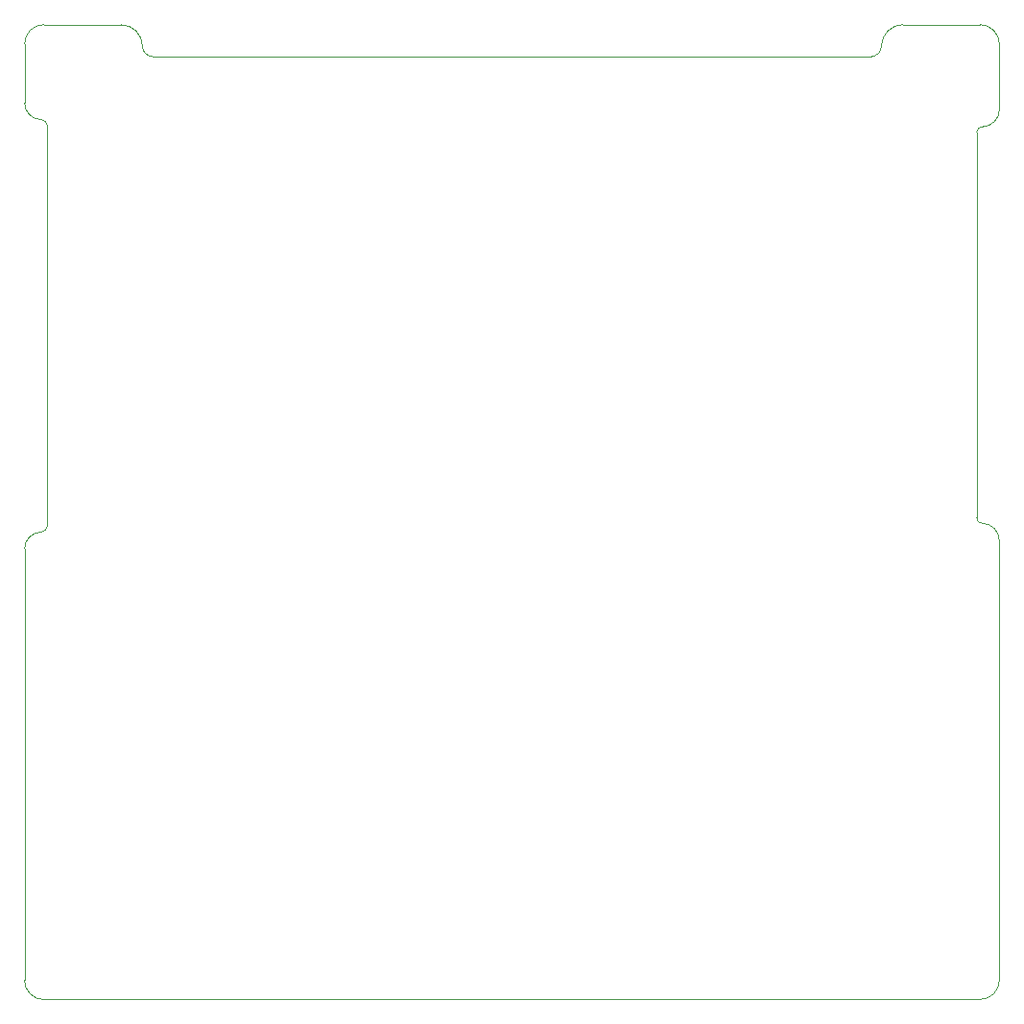
<source format=gbr>
G04*
G04 #@! TF.GenerationSoftware,Altium Limited,Altium Designer,24.1.2 (44)*
G04*
G04 Layer_Color=0*
%FSLAX44Y44*%
%MOMM*%
G71*
G04*
G04 #@! TF.SameCoordinates,5314DEDE-577F-4EBF-A64F-C18D5B13DC84*
G04*
G04*
G04 #@! TF.FilePolarity,Positive*
G04*
G01*
G75*
%ADD94C,0.0254*%
D94*
X-5000Y11973D02*
G03*
X12000Y-5000I17000J27D01*
G01*
X12016Y-5000D01*
X838000Y-5000D01*
X838027Y-5000D01*
D02*
G03*
X855000Y12000I-27J17000D01*
G01*
X855000Y12016D01*
X855000Y400000D01*
D02*
G03*
X840000Y415000I-15000J0D01*
G01*
D02*
G02*
X835000Y420000I-0J5000D01*
G01*
Y759903D01*
X835001Y760000D01*
D02*
G02*
X839990Y765000I5000J-0D01*
G01*
X840001Y765000D01*
D02*
G03*
X855001Y780000I0J15000D01*
G01*
X855000Y780099D01*
Y838000D01*
D02*
G03*
X838000Y855000I-17000J0D01*
G01*
X770000D01*
D02*
G03*
X751000Y836019I-0J-19000D01*
G01*
X751000Y836000D01*
D02*
G02*
X742000Y827000I-9000J0D01*
G01*
X108000D01*
D02*
G02*
X99000Y836000I0J9000D01*
G01*
X99000Y836019D01*
D02*
G03*
X80000Y855000I-19000J-19D01*
G01*
X79977Y855000D01*
X12000Y855000D01*
X11981Y855000D01*
D02*
G03*
X-5000Y838000I19J-17000D01*
G01*
Y786130D01*
D02*
G03*
X10000Y771130I15000J0D01*
G01*
D02*
G02*
X15000Y766130I0J-5000D01*
G01*
Y412430D01*
D02*
G02*
X10000Y407430I-5000J0D01*
G01*
D02*
G03*
X-5000Y392449I-0J-15000D01*
G01*
X-5000Y392430D01*
X-5000Y11973D01*
M02*

</source>
